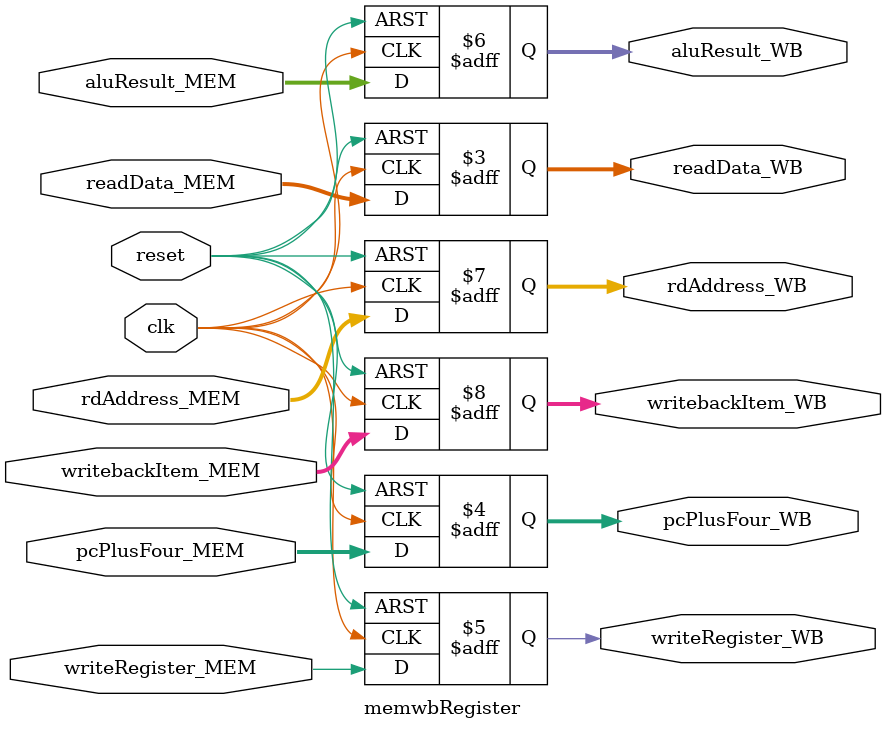
<source format=sv>
`timescale 1ns / 1ps

module memwbRegister(
    input logic clk,
    input logic reset,
    
    input logic [31:0] readData_MEM,
    input logic [31:0] pcPlusFour_MEM,
    input logic writeRegister_MEM,
    input logic [31:0] aluResult_MEM,
    input logic [4:0] rdAddress_MEM,
    input logic [1:0] writebackItem_MEM,
    
    output logic [31:0] readData_WB,
    output logic [31:0] pcPlusFour_WB,
    output logic writeRegister_WB,
    output logic [31:0] aluResult_WB,
    output logic [4:0] rdAddress_WB,
    output logic [1:0] writebackItem_WB
);

always_ff @(posedge clk or negedge reset) begin
    if (!reset) begin
        readData_WB <= 0;
        pcPlusFour_WB <= 0;
        writeRegister_WB <= 0;
        aluResult_WB <= 0;
        rdAddress_WB <= 0;
        writebackItem_WB <= 0;
    end else begin
        readData_WB <= readData_MEM;
        pcPlusFour_WB <= pcPlusFour_MEM;
        writeRegister_WB <= writeRegister_MEM;
        aluResult_WB <= aluResult_MEM;
        rdAddress_WB <= rdAddress_MEM;
        writebackItem_WB <= writebackItem_MEM;
    end
end

endmodule

</source>
